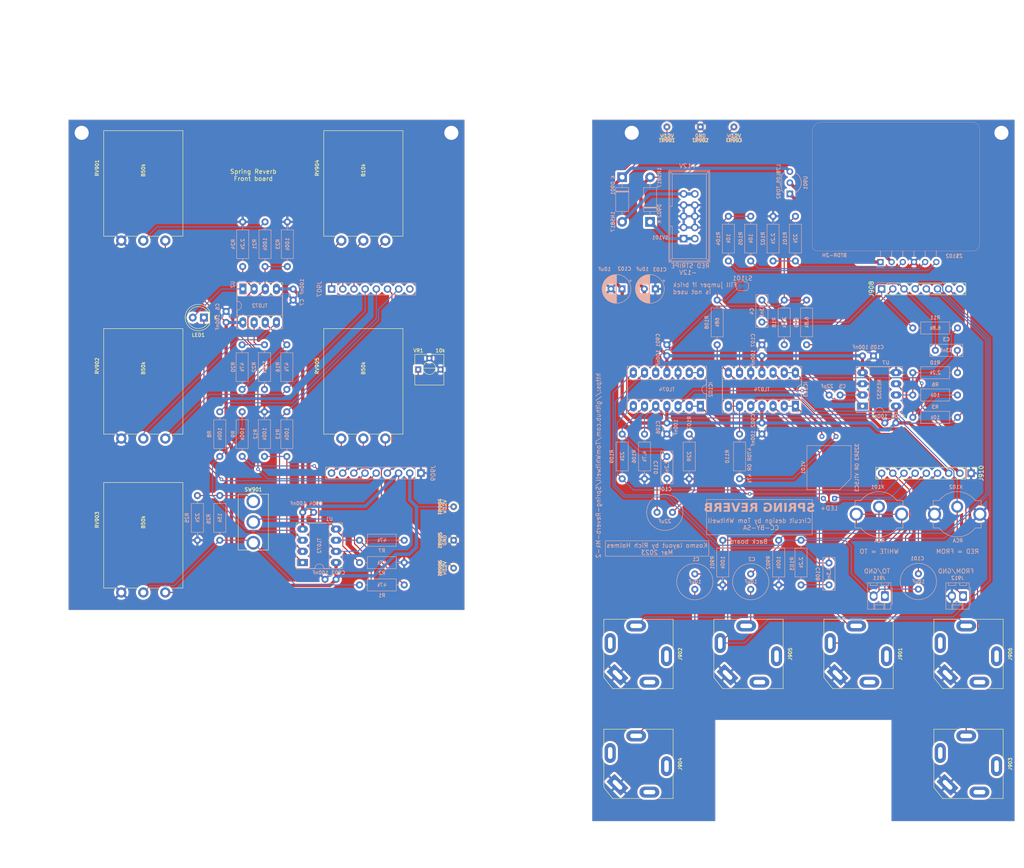
<source format=kicad_pcb>
(kicad_pcb (version 20221018) (generator pcbnew)
  (title_block (title "Spring Reverb Rev 2") (date "2023-03-17") (company "Music Thing Modular") (comment 1 "Kosmo version by Rich Holmes"))
  (layers (0 "F.Cu" signal) (31 "B.Cu" signal) (34 "B.Paste" user) (35 "F.Paste" user) (36 "B.SilkS" user "B.Silkscreen") (37 "F.SilkS" user "F.Silkscreen") (38 "B.Mask" user) (39 "F.Mask" user) (44 "Edge.Cuts" user))
  (net 0 "")
  (net 1 "+12V")
  (net 2 "GND")
  (net 3 "-12V")
  (net 4 "/Back board/AUDIO_IN_1")
  (net 5 "/Back board/IN_1")
  (net 6 "/Back board/AUDIO_IN_2")
  (net 7 "/Back board/IN_2")
  (net 8 "Net-(C3-Pad1)")
  (net 9 "/Back board/EQ_POT_3_B")
  (net 10 "/Back board/EQ_POT_1_B")
  (net 11 "Net-(C4-Pad2)")
  (net 12 "/Back board/EQ_POT_2_B")
  (net 13 "/Back board/REVERB_SEND")
  (net 14 "/Back board/TO_TANK")
  (net 15 "/Back board/TRIM_B")
  (net 16 "+12V_B")
  (net 17 "GND_B")
  (net 18 "-12V_B")
  (net 19 "Net-(C108-Pad2)")
  (net 20 "Net-(C109-Pad1)")
  (net 21 "/+12V_INLET")
  (net 22 "/-12V_INLET")
  (net 23 "/Back board/WET")
  (net 24 "/Back board/REVERB_RETURN")
  (net 25 "/Back board/FROM_TANK")
  (net 26 "/Back board/TO_TANK_S_B")
  (net 27 "Net-(IC102B--)")
  (net 28 "/Back board/MIXPOT_WET_B")
  (net 29 "Net-(IC102D--)")
  (net 30 "/Back board/XFADE")
  (net 31 "/Back board/DRY_B")
  (net 32 "Net-(IC103A--)")
  (net 33 "Net-(IC103B--)")
  (net 34 "/Back board/MIX")
  (net 35 "/Back board/MIXPOT_DRY_B")
  (net 36 "/Front board/CV_IN")
  (net 37 "/Front board/AUDIO_IN_2")
  (net 38 "/Front board/AUDIO_IN_1")
  (net 39 "/Front board/DRY_F")
  (net 40 "/Front board/EQ_POT_3_F")
  (net 41 "/Front board/EQ_POT_2_F")
  (net 42 "/Front board/EQ_POT_1_F")
  (net 43 "Net-(IC103C--)")
  (net 44 "/Back board/CV_IN")
  (net 45 "/Front board/VAC_AN_F")
  (net 46 "/Front board/VAC_CA_F")
  (net 47 "/Front board/TRIM_F")
  (net 48 "/Back board/VAC_AN_B")
  (net 49 "/Back board/VAC_CA_B")
  (net 50 "Net-(IC103D-+)")
  (net 52 "/Front board/FB_LEVEL")
  (net 54 "/Front board/MIXPOT_DRY_F")
  (net 55 "Net-(R10-Pad1)")
  (net 56 "Net-(R7-Pad2)")
  (net 57 "/Front board/MIXPOT_MIX_F")
  (net 58 "/Front board/MIXPOT_WET_F")
  (net 59 "Net-(R20-Pad2)")
  (net 60 "Net-(U1B--)")
  (net 61 "/Front board/MIX")
  (net 62 "Net-(U1B-+)")
  (net 63 "Net-(U7B--)")
  (net 64 "Net-(U1A-+)")
  (net 65 "/Front board/CV_LEVEL")
  (net 66 "Net-(U1A--)")
  (net 67 "/Front board/FB_ON")
  (net 68 "/Back board/PWR_GND")
  (net 69 "Net-(U2B--)")
  (net 70 "Net-(U2A-+)")
  (net 71 "Net-(Z$102-INPUT)")
  (net 72 "Net-(Z$102-OUT1)")
  (net 73 "Net-(Z$102-OUT2)")
  (net 74 "Net-(LED1-A)")
  (net 75 "+5V")
  (footprint "AO_tht:Jack_6.35mm_PJ_629HAN_slots" (layer "F.Cu") (at 187.5 150 -90)
    (fp_text reference "J902")
    (fp_text value "AudioJack2")
  )
  (footprint "AO_tht:Jack_6.35mm_PJ_629HAN_slots" (layer "F.Cu") (at 212.5 150 -90)
    (fp_text reference "J905")
    (fp_text value "AudioJack2_SwitchT")
  )
  (footprint "AO_tht:MountingHole_3.2mm_M3" (layer "F.Cu") (at 145 31.5)
    (fp_text reference "H905" hide)
    (fp_text value "MountingHole")
  )
  (footprint "AO_tht:Board_Marker" (layer "F.Cu") (at 141 28.5)
    (fp_text reference "B902")
    (fp_text value "Board")
  )
  (footprint "AO_tht:Potentiometer_Alpha_16mm_Single_Vertical" (layer "F.Cu") (at 75 40 90)
    (fp_text reference "RV901")
    (fp_text value "B50k")
  )
  (footprint "AO_tht:LED_D5.0mm" (layer "F.Cu") (at 88.775 73.5 180)
    (fp_text reference "LED1")
    (fp_text value "LED_green")
  )
  (footprint "AO_tht:Potentiometer_Bourns_3362P_Vertical_screw_centered" (layer "F.Cu") (at 140 85)
    (fp_text reference "VR1")
    (fp_text value "10k" hide)
  )
  (footprint "AO_tht:Potentiometer_Alpha_16mm_Single_Vertical" (layer "F.Cu") (at 125 85 90)
    (fp_text reference "RV905")
    (fp_text value "B50k")
  )
  (footprint "AO_tht:Jack_6.35mm_PJ_629HAN_slots" (layer "F.Cu") (at 237.5 150 -90)
    (fp_text reference "J901")
    (fp_text value "AudioJack2_SwitchT")
  )
  (footprint "AO_tht:Jack_6.35mm_PJ_629HAN_slots" (layer "F.Cu") (at 187.5 175 -90)
    (fp_text reference "J904")
    (fp_text value "AudioJack2")
  )
  (footprint "AO_tht:Potentiometer_Alpha_16mm_Single_Vertical" (layer "F.Cu") (at 75 120 90)
    (fp_text reference "RV903")
    (fp_text value "B50k")
  )
  (footprint "AO_tht:Jack_6.35mm_PJ_629HAN_slots" (layer "F.Cu") (at 262.5 175 -90)
    (fp_text reference "J903")
    (fp_text value "AudioJack2")
  )
  (footprint "Connector_PinHeader_2.54mm:PinHeader_1x08_P2.54mm_Vertical" (layer "F.Cu") (at 242.78 66.98 90)
    (fp_text reference "J908")
    (fp_text value "Conn_01x08_Pin")
  )
  (footprint "AO_tht:MountingHole_3.2mm_M3" (layer "F.Cu") (at 186 31.5)
    (fp_text reference "H901" hide)
    (fp_text value "MountingHole")
  )
  (footprint "AO_tht:Board_Marker" (layer "F.Cu") (at 182 28.5)
    (fp_text reference "B901")
    (fp_text value "Board")
  )
  (footprint "AO_tht:Jack_6.35mm_PJ_629HAN_slots" (layer "F.Cu") (at 262.5 150 -90)
    (fp_text reference "J906")
    (fp_text value "AudioJack2")
  )
  (footprint "AO_tht:Potentiometer_Alpha_16mm_Single_Vertical" (layer "F.Cu") (at 125 40 90)
    (fp_text reference "RV904")
    (fp_text value "B10k")
  )
  (footprint "springreverb:springreverb_panel_holes" (layer "F.Cu") (at 100 100)
    (fp_text reference "GRAF902" hide)
    (fp_text value "Holes" hide)
  )
  (footprint "AO_tht:TestPoint_THTPad_D1.5mm_Drill0.7mm" (layer "F.Cu") (at 145.52 124.13 90)
    (fp_text reference "TP905")
    (fp_text value "GND")
  )
  (footprint "AO_tht:TestPoint_THTPad_D1.5mm_Drill0.7mm" (layer "F.Cu") (at 145.52 116.51 90)
    (fp_text reference "TP904")
    (fp_text value "+12V")
  )
  (footprint "AO_tht:SPDT-toggle-switch-1M-series" (layer "F.Cu") (at 100 120)
    (fp_text reference "SW901")
    (fp_text value "SW_SPDT_MSM")
  )
  (footprint "Connector_PinHeader_2.54mm:PinHeader_1x09_P2.54mm_Vertical" (layer "F.Cu") (at 263.1 108.89 -90)
    (fp_text reference "J910")
    (fp_text value "Conn_01x09_Pin")
  )
  (footprint "AO_tht:MountingHole_3.2mm_M3" (layer "F.Cu") (at 270 31.5)
    (fp_text reference "H902" hide)
    (fp_text value "MountingHole")
  )
  (footprint "AO_tht:Potentiometer_Alpha_16mm_Single_Vertical" (layer "F.Cu") (at 75 85 90)
    (fp_text reference "RV902")
    (fp_text value "B50k")
  )
  (footprint "AO_tht:TestPoint_THTPad_D1.5mm_Drill0.7mm" (layer "F.Cu") (at 145.52 130.48 90)
    (fp_text reference "TP906")
    (fp_text value "-12V")
  )
  (footprint "springreverb:springreverb_panel_holes" (layer "F.Cu") (at 225 100)
    (fp_text reference "GRAF901" hide)
    (fp_text value "Holes" hide)
  )
  (footprint "AO_tht:MountingHole_3.2mm_M3" (layer "F.Cu") (at 61 31.5)
    (fp_text reference "H903" hide)
    (fp_text value "MountingHole")
  )
  (footprint "AO_tht:R_Axial_DIN0207_L6.3mm_D2.5mm_P10.16mm_Horizontal" (layer "B.Cu") (at 205.41 69.52 -90)
    (fp_text reference "R108")
    (fp_text value "68k")
  )
  (footprint "AO_tht:C_Disc_D3.0mm_W1.6mm_P2.50mm" (layer "B.Cu") (at 118.804286 133.02 180)
    (fp_text reference "C903")
    (fp_text value "100nF")
  )
  (footprint "AO_tht:R_Axial_DIN0207_L6.3mm_D2.5mm_P10.16mm_Horizontal" (layer "B.Cu") (at 124.13 129.21)
    (fp_text reference "R2")
    (fp_text value "47k")
  )
  (footprint "AO_tht:C_Radial_D8.0mm_H11.5mm_P3.50mm" (layer "B.Cu") (at 195.25 117.78 180)
    (fp_text reference "C109")
    (fp_text value "22uF")
  )
  (footprint "AO_tht:TestPoint_THTPad_D1.5mm_Drill0.7mm" (layer "B.Cu") (at 209.22 30.15)
    (fp_text reference "TP903")
    (fp_text value "-12V")
  )
  (footprint "AO_tht:R_Axial_DIN0207_L6.3mm_D2.5mm_P10.16mm_Horizontal" (layer "B.Cu") (at 219.38 124.13 -90)
    (fp_text reference "R902")
    (fp_text value "100k")
  )
  (footprint "AO_tht:R_Axial_DIN0207_L6.3mm_D2.5mm_P10.16mm_Horizontal" (layer "B.Cu") (at 225.73 79.68 90)
    (fp_text reference "R19")
    (fp_text value "6.8k")
  )
  (footprint "AO_tht:C_Disc_D3.0mm_W1.6mm_P2.50mm" (layer "B.Cu") (at 215.565 79.69 -90)
    (fp_text reference "C107")
    (fp_text value "100nF")
  )
  (footprint "AO_tht:C_Radial_D8.0mm_H11.5mm_P3.50mm" (layer "B.Cu") (at 200.33 131.79 -90)
    (fp_text reference "C1")
    (fp_text value "10uF")
  )
  (footprint "AO_tht:C_Disc_D3.0mm_W1.6mm_P2.50mm" (layer "B.Cu") (at 240.93 82.22 180)
    (fp_text reference "C105")
    (fp_text value "100nF")
  )
  (footprint "AO_tht:C_Disc_D3.0mm_W1.6mm_P2.50mm" (layer "B.Cu") (at 193.975 79.69 -90)
    (fp_text reference "C901")
    (fp_text value "100nF")
  )
  (footprint "AO_tht:R_Axial_DIN0207_L6.3mm_D2.5mm_P10.16mm_Horizontal" (layer "B.Cu") (at 107.745 61.9 90)
    (fp_text reference "R23")
    (fp_text value "100k")
  )
  (footprint "AO_tht:C_Rect_L7.2mm_W2.5mm_P5.00mm_FKS2_FKP2_MKS2_MKP2" (layer "B.Cu") (at 259.98 80.95 180)
    (fp_text reference "C3")
    (fp_text value "33nF")
  )
  (footprint "AO_tht:R_Axial_DIN0207_L6.3mm_D2.5mm_P10.16mm_Horizontal" (layer "B.Cu") (at 220.65 79.68 90)
    (fp_text reference "R18")
    (fp_text value "2.2k")
  )
  (footprint "AO_tht:C_Disc_D3.0mm_W1.6mm_P2.50mm" (layer "B.Cu") (at 193.975 97.47 -90)
    (fp_text reference "C106")
    (fp_text value "100nF")
  )
  (footprint "AO_tht:R_Axial_DIN0207_L6.3mm_D2.5mm_P10.16mm_Horizontal" (layer "B.Cu") (at 210.49 110.16 90)
    (fp_text reference "R110")
    (fp_text value "470R OR 47k")
  )
  (footprint "AO_tht:R_Axial_DIN0207_L6.3mm_D2.5mm_P10.16mm_Horizontal" (layer "B.Cu") (at 97.585 61.9 90)
    (fp_text reference "R24")
    (fp_text value "2.2k")
  )
  (footprint "AO_tht:R_Axial_DIN0207_L6.3mm_D2.5mm_P10.16mm_Horizontal" (layer "B.Cu") (at 224.46 134.29 90)
    (fp_text reference "R103")
    (fp_text value "2.2k")
  )
  (footprint "AO_tht:DIP-14_W7.62mm_Socket_LongPads" (layer "B.Cu") (at 223.19 93.65 90)
    (fp_text reference "IC103")
    (fp_text value "TL074")
  )
  (footprint "AO_tht:R_Axial_DIN0207_L6.3mm_D2.5mm_P10.16mm_Horizontal" (layer "B.Cu") (at 92.38 124.13 90)
    (fp_text reference "R26")
    (fp_text value "15k")
  )
  (footprint "AO_tht:DIP-8_W7.62mm_Socket_LongPads" (layer "B.Cu") (at 238.44 93.64)
    (fp_text reference "U7")
    (fp_text value "NE5532")
  )
  (footprint "AO_tht:R_Axial_DIN0207_L6.3mm_D2.5mm_P10.16mm_Horizontal" (layer "B.Cu") (at 183.82 100 -90)
    (fp_text reference "R109")
    (fp_text value "22k")
  )
  (footprint "AO_tht:Power_Header" (layer "B.Cu") (at 197.79 55.55)
    (fp_text reference "SV101")
    (fp_text value "Synth_power_2x5")
  )
  (footprint "AO_tht:CP_Radial_D6.3mm_P2.50mm" (layer "B.Cu") (at 191.36 66.98 180)
    (fp_text reference "C103")
    (fp_text value "10uF")
  )
  (footprint "AO_tht:R_Axial_DIN0207_L6.3mm_D2.5mm_P10.16mm_Horizontal" (layer "B.Cu") (at 188.9 100 -90)
    (fp_text reference "R106")
    (fp_text value "4.7k")
  )
  (footprint "AO_tht:R_Axial_DIN0207_L6.3mm_D2.5mm_P10.16mm_Horizontal" (layer "B.Cu") (at 223.19 50.47 -90)
    (fp_text reference "R101")
    (fp_text value "22k")
  )
  (footprint "AO_tht:R_Axial_DIN0207_L6.3mm_D2.5mm_P10.16mm_Horizontal" (layer "B.Cu") (at 107.62 89.84 90)
    (fp_text reference "R16")
    (fp_text value "47k")
  )
  (footprint "springreverb:BTDR-2H" (layer "B.Cu") (at 242.51 60.87 180)
    (fp_text reference "Z$102")
    (fp_text value "BTDR-2H" hide)
  )
  (footprint "AO_tht:R_Axial_DIN0207_L6.3mm_D2.5mm_P10.16mm_Horizontal" (layer "B.Cu") (at 213.03 60.63 90)
    (fp_text reference "R105")
    (fp_text value "10k")
  )
  (footprint "AO_tht:R_Axial_DIN0207_L6.3mm_D2.5mm_P10.16mm_Horizontal" (layer "B.Cu") (at 102.54 79.68 -90)
    (fp_text reference "R22")
    (fp_text value "100k")
  )
  (footprint "AO_tht:R_Axial_DIN0207_L6.3mm_D2.5mm_P10.16mm_Horizontal" (layer "B.Cu") (at 260.02 75.87 180)
    (fp_text reference "R11")
    (fp_text value "6.8k")
  )
  (footprint "AO_tht:R_Axial_DIN0207_L6.3mm_D2.5mm_P10.16mm_Horizontal" (layer "B.Cu") (at 218.11 60.63 90)
    (fp_text reference "R102")
    (fp_text value "2.2k")
  )
  (footprint "AO_tht:TestPoint_THTPad_D1.5mm_Drill0.7mm" (layer "B.Cu") (at 201.6 30.15)
    (fp_text reference "TP902")
    (fp_text value "GND")
  )
  (footprint "Connector_PinSocket_2.54mm:PinSocket_1x09_P2.54mm_Vertical" (layer "B.Cu") (at 138.09 108.865 90)
    (fp_text reference "J909")
    (fp_text value "Conn_01x09_Socket")
  )
  (footprint "AO_tht:C_Rect_L7.2mm_W2.5mm_P5.00mm_FKS2_FKP2_MKS2_MKP2" (layer "B.Cu") (at 230.81 129.29 -90)
    (fp_text reference "C108")
    (fp_text value "3.3nF")
  )
  (footprint "AO_tht:C_Disc_D3.0mm_W1.6mm_P2.50mm" (layer "B.Cu") (at 93.825 74.6 90)
    (fp_text reference "C6")
    (fp_text value "100nF")
  )
  (footprint "AO_tht:C_Rect_L7.2mm_W2.5mm_P5.00mm_FKS2_FKP2_MKS2_MKP2" (layer "B.Cu") (at 215.57 74.52 90)
    (fp_text reference "C4")
    (fp_text value "33nF")
  )
  (footprint "AO_tht:C_Disc_D3.0mm_W1.6mm_P2.50mm" (layer "B.Cu") (at 233.35 91.11 180)
    (fp_text reference "C5")
    (fp_text value "22pF")
  )
  (footprint "springreverb:RCJ-022 red" (layer "B.Cu") (at 265.1 118.21 180)
    (fp_text reference "X102")
    (fp_text value "RCA")
  )
  (footprint "AO_tht:R_Axial_DIN0207_L6.3mm_D2.5mm_P10.16mm_Horizontal" (layer "B.Cu") (at 97.47 105.07 90)
    (fp_text reference "R9")
    (fp_text value "100k")
  )
  (footprint "AO_tht:Molex_KK-254_AE-6410-02A_1x02_P2.54mm_Vertical" (layer "B.Cu") (at 261.29 136.83 180)
    (fp_text reference "J912")
    (fp_text value "2_pin_Molex_header")
  )
  (footprint "AO_tht:R_Axial_DIN0207_L6.3mm_D2.5mm_P10.16mm_Horizontal" (layer "B.Cu") (at 92.38 94.92 -90)
    (fp_text reference "R8")
    (fp_text value "100k")
  )
  (footprint "AO_tht:DIP-8_W7.62mm_Socket_LongPads" (layer "B.Cu") (at 97.645 66.99 -90)
    (fp_text reference "U2")
    (fp_text value "TL072")
  )
  (footprint "AO_tht:R_Axial_DIN0207_L6.3mm_D2.5mm_P10.16mm_Horizontal" (layer "B.Cu") (at 102.54 105.08 90)
    (fp_text reference "R12")
    (fp_text value "100k")
  )
  (footprint "AO_tht:C_Disc_D3.0mm_W1.6mm_P2.50mm" (layer "B.Cu") (at 246.01 97.46 180)
    (fp_text reference "C104")
    (fp_text value "100nF")
  )
  (footprint "AO_tht:C_Disc_D3.0mm_W1.6mm_P2.50mm" (layer "B.Cu") (at 109.065 69.52 90)
    (fp_text reference "C7")
    (fp_text value "100nF")
  )
  (footprint "Jumper:SolderJumper-2_P1.3mm_Bridged_RoundedPad1.0x1.5mm" (layer "B.Cu") (at 211.14 66.36 180)
    (fp_text reference "SJ101")
    (fp_text value "SolderJumper")
  )
  (footprint "AO_tht:R_Axial_DIN0207_L6.3mm_D2.5mm_P10.16mm_Horizontal" (layer "B.Cu") (at 206.68 124.13 -90)
    (fp_text reference "R901")
    (fp_text value "100k")
  )
  (footprint "AO_tht:C_Disc_D3.0mm_W1.6mm_P2.50mm" (layer "B.Cu") (at 113.724286 117.78 180)
    (fp_text reference "C904")
    (fp_text value "100nF")
  )
  (footprint "AO_tht:TO-92_Inline_Wide" (layer "B.Cu") (at 221.92 45.39 90)
    (fp_text reference "U901")
    (fp_text value "L78L05_TO92")
  )
  (footprint "AO_tht:C_Radial_D8.0mm_H11.5mm_P3.50mm" (layer "B.Cu") (at 251.13 135.25 90)
    (fp_text reference "C101")
    (fp_text value "10uF")
  )
  (footprint "AO_tht:R_Axial_DIN0207_L6.3mm_D2.5mm_P10.16mm_Horizontal" (layer "B.Cu") (at 97.46 89.84 90)
    (fp_text reference "R20")
    (fp_text value "47k")
  )
  (footprint "AO_tht:R_Axial_DIN0207_L6.3mm_D2.5mm_P10.16mm_Horizontal" (layer "B.Cu") (at 249.86 86.03)
    (fp_text reference "R10")
    (fp_text value "2.2k")
  )
  (footprint "AO_tht:R_Axial_DIN0207_L6.3mm_D2.5mm_P10.16mm_Horizontal" (layer "B.Cu") (at 199.06 100 -90)
    (fp_text reference "R107")
    (fp_text value "22R")
  )
  (footprint "AO_tht:Vactrol_VTL5C" (layer "B.Cu") (at 230.81 115.12 90)
    (fp_text reference "V101")
    (fp_text value "32SR3 OR VTL5C3")
  )
  (footprint "AO_tht:DIP-14_W7.62mm_Socket_LongPads" (layer "B.Cu") (at 201.6 93.65 90)
    (fp_text reference "IC102")
    (fp_text value "TL074")
  )
  (footprint "Connector_PinSocket_2.54mm:PinSocket_1x08_P2.54mm_Vertical" (layer "B.Cu") (at 117.795 67.005 -90)
    (fp_text reference "J907")
    (fp_text value "Conn_01x08_Socket")
  )
  (footprint "AO_tht:R_Axial_DIN0207_L6.3mm_D2.5mm_P10.16mm_Horizontal" (layer "B.Cu") (at 124.13 124.13)
    (fp_text reference "R7")
    (fp_text value "47k")
  )
  (footprint "AO_tht:DIP-8_W7.62mm_Socket_LongPads" (layer "B.Cu") (at 111.194286 129.2)
    (fp_text reference "U1")
    (fp_text value "TL072")
  )
  (footprint "AO_tht:C_Radial_D8.0mm_H11.5mm_P3.50mm" (layer "B.Cu") (at 213.03 131.79 -90)
    (fp_text reference "C2")
    (fp_text value "10uF")
  )
  (footprint "AO_tht:R_Axial_DIN0207_L6.3mm_D2.5mm_P10.16mm_Horizontal" (layer "B.Cu") (at 260.02 91.11 180)
    (fp_text reference "R6")
    (fp_text value "10k")
  )
  (footprint "AO_tht:R_Axial_DIN0207_L6.3mm_D2.5mm_P10.16mm_Horizontal" (layer "B.Cu") (at 260.02 96.19 180)
    (fp_text reference "R3")
    (fp_text value "10k")
  )
  (footprint "AO_tht:R_Axial_DIN0207_L6.3mm_D2.5mm_P10.16mm_Horizontal" (layer "B.Cu") (at 124.13 134.29)
    (fp_text reference "R1")
    (fp_text value "47k")
  )
  (footprint "AO_tht:R_Axial_DIN0207_L6.3mm_D2.5mm_P10.16mm_Horizontal" (layer "B.Cu") (at 207.95 60.63 90)
    (fp_text reference "R104")
    (fp_text value "10k")
  )
  (footprint "AO_tht:CP_Radial_D6.3mm_P2.50mm" (layer "B.Cu") (at 183.78 66.98 180)
    (fp_text reference "C102")
    (fp_text value "10uF")
  )
  (footprint "AO_tht:D_DO-41_SOD81_P10.16mm_Horizontal" (layer "B.Cu") (at 190.165 51.75 90)
    (fp_text reference "D902")
    (fp_text value "1N5817")
  )
  (footprint "AO_tht:R_Axial_DIN0207_L6.3mm_D2.5mm_P10.16mm_Horizontal" (layer "B.Cu") (at 107.62 105.08 90)
    (fp_text reference "R13")
    (fp_text value "100k")
  )
  (footprint "AO_tht:R_Axial_DIN0207_L6.3mm_D2.5mm_P10.16mm_Horizontal" (layer "B.Cu") (at 102.665 51.74 -90)
    (fp_text reference "R21")
    (fp_text value "100k")
  )
  (footprint "AO_tht:C_Rect_L7.2mm_W2.5mm_P5.00mm_FKS2_FKP2_MKS2_MKP2" (layer "B.Cu") (at 193.98 105.08 -90)
    (fp_text reference "C110")
    (fp_text value "2.2nF")
  )
  (footprint "AO_tht:C_Disc_D3.0mm_W1.6mm_P2.50mm" (layer "B.Cu") (at 215.565 97.47 -90)
    (fp_text reference "C902")
    (fp_text value "100nF")
  )
  (footprint "AO_tht:Molex_KK-254_AE-6410-02A_1x02_P2.54mm_Vertical" (layer "B.Cu") (at 243.51 136.83 180)
    (fp_text reference "J911")
    (fp_text value "2_pin_Molex_header")
  )
  (footprint "AO_tht:TestPoint_THTPad_D1.5mm_Drill0.7mm" (layer "B.Cu") (at 193.98 30.15)
    (fp_text reference "TP901")
    (fp_text value "+12V")
  )
  (footprint "AO_tht:D_DO-41_SOD81_P10.16mm_Horizontal" (layer "B.Cu") (at 183.82 41.58 -90)
    (fp_text reference "D901")
    (fp_text value "1N5817")
  )
  (footprint "AO_tht:R_Axial_DIN0207_L6.3mm_D2.5mm_P10.16mm_Horizontal" (layer "B.Cu") (at 87.3 113.97 -90)
    (fp_text reference "R25")
    (fp_text value "22k")
  )
  (footprint "springreverb:RCJ-023 white" (layer "B.Cu") (at 247.32 118.21 180)
    (fp_text reference "X101")
    (fp_text value "RCA")
  )
  (gr_rect (start 180 124.25) (end 203.5 127.75) (stroke (width 0.12)) (fill none) (layer "B.SilkS"))
  (gr_rect (start 203 114.878) (end 227 122.878) (stroke (width 0.12)) (fill none) (layer "B.SilkS"))
  (gr_poly (pts (xy 273 28.5) (xy 177 28.5) (xy 177 188) (xy 205 188) (xy 205 165) (xy 245 165) (xy 245 188) (xy 273 188)) (stroke (width 0.05)) (fill none) (layer "Edge.Cuts"))
  (gr_rect (start 58 28.5) (end 148 140) (stroke (width 0.05)) (fill none) (layer "Edge.Cuts"))
  (gr_text "RED = FROM" (at 260.02 126.67) (layer "B.SilkS") (effects (font (size 1 1)) (justify mirror)))
  (gr_text "FROM/GND" (at 263.83 131.75) (layer "B.SilkS") (effects (font (size 1 1)) (justify left bottom mirror)))
  (gr_text "Fill jumper if brick\nis not used" (at 195.25 68.25) (layer "B.SilkS") (effects (font (size 1 1)) (justify right bottom mirror)))
  (gr_text "TO/GND" (at 244.78 131.75) (layer "B.SilkS") (effects (font (size 1 1)) (justify left bottom mirror)))
  (gr_text "WHITE = TO" (at 242.24 126.67) (layer "B.SilkS") (effects (font (size 1 1)) (justify mirror)))
  (gr_text "SPRING REVERB" (at 215 118) (layer "B.SilkS") (effects (font (size 2 2) (thickness 0.5) bold) (justify bottom mirror)))
  (gr_text "Circuit design by Tom Whitwell\nCC-BY-SA \n" (at 215 121.878) (layer "B.SilkS") (effects (font (size 1 1)) (justify bottom mirror)))
  (gr_text "Back board" (at 217 125) (layer "B.SilkS") (effects (font (size 1 1)) (justify left bottom mirror)))
  (gr_text "https://github.com/TomWhitwell/Spring-Reverb-Mk-2\n" (at 179 86 90) (layer "B.SilkS") (effects (font (size 1 1)) (justify left bottom mirror)))
  (gr_text "Kosmo layout by Rich Holmes\nMar 2023" (at 191.75 127.5) (layer "B.SilkS") (effects (font (size 1 1)) (justify bottom mirror)))
  (gr_text "Spring Reverb\nFront board" (at 100 42.5) (layer "F.SilkS") (effects (font (size 1 1)) (justify bottom)))
  (segment (start 80 56) (end 80 60.775) (width 0.25) (layer "F.Cu") (net 1))
  (segment (start 118.804286 133.02) (end 118.804286 129.21) (width 0.75) (layer "F.Cu") (net 1))
  (segment (start 80 60.775) (end 93.825 74.6) (width 0.25) (layer "F.Cu") (net 1))
  (segment (start 95.047 132.258) (end 97.184 134.395) (width 0.75) (layer "F.Cu") (net 1))
  (segment (start 97.184 134.395) (end 117.429286 134.395) (width 0.75) (layer "F.Cu") (net 1))
  (segment (start 93.825 101.476) (end 95.047 102.698) (width 0.75) (layer "F.Cu") (net 1))
  (segment (start 95.047 102.698) (end 95.047 132.258) (width 0.75) (layer "F.Cu") (net 1))
  (segment (start 117.429286 134.395) (end 118.804286 133.02) (width 0.75) (layer "F.Cu") (net 1))
  (segment (start 93.825 74.6) (end 93.825 101.476) (width 0.75) (layer "F.Cu") (net 1))
  (segment (start 118.804286 129.21) (end 118.814286 129.2) (width 0.75) (layer "F.Cu") (net 1))
  (segment (start 93.835 74.61) (end 93.825 74.6) (width 0.75) (layer "B.Cu") (net 1))
  (segment (start 127.469999 132.220001) (end 132.385 127.305) (width 0.75) (layer "B.Cu") (net 1))
  (segment (start 135.55 114.975998) (end 137.084002 116.51) (width 0.75) (layer "B.Cu") (net 1))
  (segment (start 145.52 116.51) (end 137.084002 116.51) (width 0.25) (layer "B.Cu") (net 1))
  (segment (start 135.55 108.865) (end 135.55 114.975998) (width 0.75) (layer "B.Cu") (net 1))
  (segment (start 118.804286 133.02) (end 119.604285 132.220001) (width 0.75) (layer "B.Cu") (net 1))
  (segment (start 97.645 74.61) (end 93.835 74.61) (width 0.75) (layer "B.Cu") (net 1))
  (segment (start 137.084002 125.653998) (end 137.084002 116.51) (width 0.75) (layer "B.Cu") (net 1))
  (segment (start 135.433 127.305) (end 137.084002 125.653998) (width 0.75) (layer "B.Cu") (net 1))
  (segment (start 119.604285 132.220001) (end 127.469999 132.220001) (width 0.75) (layer "B.Cu") (net 1))
  (segment (start 132.385 127.305) (end 135.433 127.305) (width 0.75) (layer "B.Cu") (net 1))
  (segment (start 133.01 117.97) (end 133.01 108.865) (width 0.25) (layer "F.Cu") (net 3))
  (segment (start 145.52 130.48) (end 133.01 117.97) (width 0.25) (layer "F.Cu") (net 3))
  (segment (start 111.224286 69.179286) (end 111.224286 117.78) (width 0.75) (layer "F.Cu") (net 3))
  (segment (start 111.194286 121.58) (end 111.194286 117.81) (width 0.75) (layer "F.Cu") (net 3))
  (segment (start 111.194286 117.81) (end 111.224286 117.78) (width 0.75) (layer "F.Cu") (net 3))
  (segment (start 109.065 67.02) (end 111.224286 69.179286) (width 0.75) (layer "F.Cu") (net 3))
  (segment (start 133.01 108.865) (end 125.47 116.405) (width 0.75) (layer "B.Cu") (net 3))
  (segment (start 112.599286 116.405) (end 111.224286 117.78) (width 0.75) (layer "B.Cu") (net 3))
  (segment (start 105.265 66.99) (end 109.035 66.99) (width 0.75) (layer "B.Cu") (net 3))
  (segment (start 109.035 66.99) (end 109.065 67.02) (width 0.75) (layer "B.Cu") (net 3))
  (segment (start 125.47 116.405) (end 112.599286 116.405) (width 0.75) (layer "B.Cu") (net 3))
  (segment (start 201.6 131.79) (end 200.33 131.79) (width 0.25) (layer "F.Cu") (net 4))
  (segment (start 206.68 126.71) (end 201.6 131.79) (width 0.25) (layer "F.Cu") (net 4))
  (segment (start 206.68 124.13) (end 206.68 126.71) (width 0.25) (layer "F.Cu") (net 4))
  (segment (start 217.602 124.13) (end 206.68 124.13) (width 0.25) (layer "B.Cu") (net 4))
  (segment (start 266.497 113.59637) (end 257.53837 122.555) (width 0.25) (layer "B.Cu") (net 4))
  (segment (start 255.986604 68.155) (end 266.497 78.665396) (width 0.25) (layer "B.Cu") (net 4))
  (segment (start 252.94 66.98) (end 254.115 68.155) (width 0.25) (layer "B.Cu") (net 4))
  (segment (start 266.497 78.665396) (end 266.497 113.59637) (width 0.25) (layer "B.Cu") (net 4))
  (segment (start 257.53837 122.555) (end 219.177 122.555) (width 0.25) (layer "B.Cu") (net 4))
  (segment (start 219.177 122.555) (end 217.602 124.13) (width 0.25) (layer "B.Cu") (net 4))
  (segment (start 254.115 68.155) (end 255.986604 68.155) (width 0.25) (layer "B.Cu") (net 4))
  (segment (start 200.33 155.27) (end 187 168.6) (width 0.25) (layer "F.Cu") (net 5))
  (segment (start 200.33 135.29) (end 200.33 155.27) (width 0.25) (layer "F.Cu") (net 5))
  (segment (start 219.38 125.44) (end 213.03 131.79) (width 0.25) (layer "F.Cu") (net 6))
  (segment (start 219.38 124.13) (end 219.38 125.44) (width 0.25) (layer "F.Cu") (net 6))
  (segment (start 257.048561 123.680499) (end 266.946501 113.782559) (width 0.25) (layer "B.Cu") (net 6))
  (segment (start 266.946501 78.446501) (end 255.48 66.98) (width 0.25) (layer "B.Cu") (net 6))
  (segment (start 225.60149 123.680499) (end 257.048561 123.680499) (width 0.25) (layer "B.Cu") (net 6))
  (segment (start 220.505 123.005) (end 224.925991 123.005) (width 0.25) (layer "B.Cu") (net 6))
  (segment (start 224.925991 123.005) (end 225.60149 123.680499) (width 0.25) (layer "B.Cu") (net 6))
  (segment (start 219.38 124.13) (end 220.505 123.005) (width 0.25) (layer "B.Cu") (net 6))
  (segment (start 266.946501 113.782559) (end 266.946501 78.446501) (width 0.25) (layer "B.Cu") (net 6))
  (segment (start 213.03 135.29) (end 213.03 142.57) (width 0.25) (layer "F.Cu") (net 7))
  (segment (start 213.03 142.57) (end 212 143.6) (width 0.25) (layer "F.Cu") (net 7))
  (segment (start 259.98 85.99) (end 260.02 86.03) (width 0.25) (layer "F.Cu") (net 8))
  (segment (start 259.98 80.95) (end 259.98 85.99) (width 0.25) (layer "F.Cu") (net 8))
  (segment (start 247.86 66.98) (end 246.685 65.805) (width 0.25) (layer "F.Cu") (net 9))
  (segment (start 241.764 65.805) (end 227.889 79.68) (width 0.25) (layer "F.Cu") (net 9))
  (segment (start 227.889 79.68) (end 225.73 79.68) (width 0.25) (layer "F.Cu") (net 9))
  (segment (start 246.685 65.805) (end 241.764 65.805) (width 0.25) (layer "F.Cu") (net 9))
  (segment (start 254.98 74.1) (end 247.86 66.98) (width 0.25) (layer "B.Cu") (net 9))
  (segment (start 254.98 80.95) (end 254.98 74.1) (width 0.25) (layer "B.Cu") (net 9))
  (segment (start 215.57 74.52) (end 235.24 74.52) (width 0.25) (layer "B.Cu") (net 10))
  (segment (start 235.24 74.52) (end 242.78 66.98) (width 0.25) (layer "B.Cu") (net 10))
  (segment (start 242.78 66.98) (end 242.78 68.79) (width 0.25) (layer "B.Cu") (net 10))
  (segment (start 242.78 68.79) (end 249.86 75.87) (width 0.25) (layer "B.Cu") (net 10))
  (segment (start 220.65 74.6) (end 220.65 79.68) (width 0.25) (layer "F.Cu") (net 11))
  (segment (start 215.57 69.52) (end 220.65 74.6) (width 0.25) (layer "F.Cu") (net 11))
  (segment (start 236.915 89.575) (end 238.44 91.1) (width 0.25) (layer "F.Cu") (net 12))
  (segment (start 236.915 75.385) (end 236.915 89.575) (width 0.25) (layer "F.Cu") (net 12))
  (segment (start 245.32 66.98) (end 236.915 75.385) (width 0.25) (layer "F.Cu") (net 12))
  (segment (start 238.44 91.1) (end 233.36 91.1) (width 0.25) (layer "B.Cu") (net 12))
  (segment (start 233.36 91.1) (end 233.35 91.11) (width 0.25) (layer "B.Cu") (net 12))
  (segment (start 220.65 53.01) (end 220.65 69.52) (width 0.25) (layer "F.Cu") (net 13))
  (segment (start 223.317 83.577) (end 230.85 91.11) (width 0.25) (layer "F.Cu") (net 13))
  (segment (start 225.73 69.52) (end 223.317 71.933) (width 0.25) (layer "F.Cu") (net 13))
  (segment (start 223.317 71.933) (end 223.317 83.577) (width 0.25) (layer "F.Cu") (net 13))
  (segment (start 223.19 50.47) (end 220.65 53.01) (width 0.25) (layer "F.Cu") (net 13))
  (segment (start 237.053 92.253) (end 238.44 93.64) (width 0.25) (layer "B.Cu") (net 13))
  (segment (start 220.65 69.52) (end 219.275 70.895) (width 0.25) (layer "B.Cu") (net 13))
  (segment (start 194.440991 80.815) (end 193.759009 80.815) (width 0.25) (layer "B.Cu") (net 13))
  (segment (start 204.360991 70.895) (end 194.440991 80.815) (width 0.25) (layer "B.Cu") (net 13))
  (segment (start 193.759009 80.815) (end 191.44 83.134009) (width 0.25) (layer "B.Cu") (net 13))
  (segment (start 225.73 69.52) (end 220.65 69.52) (width 0.25) (layer "B.Cu") (net 13))
  (segment (start 219.275 70.895) (end 204.360991 70.895) (width 0.25) (layer "B.Cu") (net 13))
  (segment (start 231.993 92.253) (end 237.053 92.253) (width 0.25) (layer "B.Cu") (net 13))
  (segment (start 230.85 91.11) (end 231.993 92.253) (width 0.25) (layer "B.Cu") (net 13))
  (segment (start 191.44 83.134009) (end 191.44 86.03) (width 0.25) (layer "B.Cu") (net 13))
  (segment (start 242.17 135.63) (end 240.97 136.83) (width 0.25) (layer "F.Cu") (net 14))
  (segment (start 242.17 116.51) (end 242.17 135.63) (width 0.25) (layer "F.Cu") (net 14))
  (segment (start 234.493 124.13) (end 235.91 125.547) (width 0.25) (layer "B.Cu") (net 14))
  (segment (start 205.773 125.255) (end 194.361 113.843) (width 0.25) (layer "B.Cu") (net 14))
  (segment (start 182.245499 92.684501) (end 188.9 86.03) (width 0.25) (layer "B.Cu") (net 14))
  (segment (start 224.46 124.13) (end 220.970991 124.13) (width 0.25) (layer "B.Cu") (net 14))
  (segment (start 240.97 136.83) (end 242.55 135.25) (width 0.25) (layer "B.Cu") (net 14))
  (segment (start 235.91 131.77) (end 240.97 136.83) (width 0.25) (layer "B.Cu") (net 14))
  (segment (start 220.970991 124.13) (end 219.845991 125.255) (width 0.25) (layer "B.Cu") (net 14))
  (segment (start 235.91 125.547) (end 235.91 131.77) (width 0.25) (layer "B.Cu") (net 14))
  (segment (start 224.46 124.13) (end 234.493 124.13) (width 0.25) (layer "B.Cu") (net 14))
  (segment (start 182.245499 111.633499) (end 182.245499 92.684501) (width 0.25) (layer "B.Cu") (net 14))
  (segment (start 194.361 113.843) (end 184.455 113.843) (width 0.25) (layer "B.Cu") (net 14))
  (segment (start 184.455 113.843) (end 182.245499 111.633499) (width 0.25) (layer "B.Cu") (net 14))
  (segment (start 219.845991 125.255) (end 205.773 125.255) (width 0.25) (layer "B.Cu") (net 14))
  (segment (start 242.55 135.25) (end 251.13 135.25) (width 0.25) (layer "B.Cu") (net 14))
  (segment (start 251.13 131.75) (end 251.13 113.24) (width 0.25) (layer "F.Cu") (net 15))
  (segment (start 251.13 113.24) (end 255.48 108.89) (width 0.25) (layer "F.Cu") (net 15))
  (segment (start 193.975 97.47) (end 193.975 93.655) (width 0.75) (layer "F.Cu") (net 16))
  (segment (start 215.565 97.47) (end 215.565 93.655) (width 0.75) (layer "F.Cu") (net 16))
  (segment (start 183.82 95.301) (end 185.989 97.47) (width 0.75) (layer "F.Cu") (net 16))
  (segment (start 183.82 41.58) (end 182.145 43.255) (width 0.75) (layer "F.Cu") (net 16))
  (segment (start 182.145 65.345) (end 183.82 67.02) (width 0.75) (layer "F.Cu") (net 16))
  (segment (start 185.989 97.47) (end 193.975 97.47) (width 0.75) (layer "F.Cu") (net 16))
  (segment (start 182.145 43.255) (end 182.145 65.345) (width 0.75) (layer "F.Cu") (net 16))
  (segment (start 183.82 67.02) (end 183.82 95.301) (width 0.75) (layer "F.Cu") (net 16))
  (segment (start 246.06 97.41) (end 246.01 97.46) (width 0.75) (layer "F.Cu") (net 16))
  (segment (start 246.06 93.64) (end 246.06 97.41) (width 0.75) (layer "F.Cu") (net 16))
  (segment (start 260.56 108.89) (end 249.13 97.46) (width 0.75) (layer "F.Cu") (net 16))
  (segment (start 193.98 31.42) (end 183.82 41.58) (width 0.25) (layer "F.Cu") (net 16))
  (segment (start 249.13 97.46) (end 246.01 97.46) (width 0.75) (layer "F.Cu") (net 16))
  (segment (start 193.98 30.15) (end 193.98 31.42) (width 0.25) (layer "F.Cu") (net 16))
  (segment (start 244.438 99.032) (end 246.01 97.46) (width 0.75) (layer "B.Cu") (net 16))
  (segment (start 185.84 39.56) (end 183.82 41.58) (width 0.75) (layer "B.Cu") (net 16))
  (segment (start 240.345 97.47) (end 241.907 99.032) (width 0.75) (layer "B.Cu") (net 16))
  (segment (start 215.565 97.47) (end 240.345 97.47) (width 0.75) (layer "B.Cu") (net 16))
  (segment (start 215.565 97.47) (end 193.975 97.47) (width 0.75) (layer "B.Cu") (net 16))
  (segment (start 221.92 40.31) (end 221.17 39.56) (width 0.75) (layer "B.Cu") (net 16))
  (segment (start 241.907 99.032) (end 244.438 99.032) (width 0.75) (layer "B.Cu") (net 16))
  (segment (start 221.17 39.56) (end 185.84 39.56) (width 0.75) (layer "B.Cu") (net 16))
  (segment (start 190.165 41.59) (end 188.060001 43.694999) (width 0.75) (layer "F.Cu") (net 18))
  (segment (start 215.565 82.19) (end 215.565 86.025) (width 0.75) (layer "F.Cu") (net 18))
  (segment (start 197.78 41.59) (end 190.165 41.59) (width 0.25) (layer "F.Cu") (net 18))
  (segment (start 240.215 96.109544) (end 240.215 87.795) (width 0.75) (layer "F.Cu") (net 18))
  (segment (start 188.060001 43.694999) (end 188.060001 66.180001) (width 0.75) (layer "F.Cu") (net 18))
  (segment (start 258.02 108.89) (end 247.965 98.835) (width 0.75) (layer "F.Cu") (net 18))
  (segment (start 238.43 86.01) (end 238.44 86.02) (width 0.75) (layer "F.Cu") (net 18))
  (segment (start 247.965 98.835) (end 242.940456 98.835) (width 0.75) (layer "F.Cu") (net 18))
  (segment (start 193.975 82.19) (end 193.975 86.025) (width 0.75) (layer "F.Cu") (net 18))
  (segment (start 188.86 77.075) (end 193.975 82.19) (width 0.75) (layer "F.Cu") (net 18))
  (segment (start 209.22 30.15) (end 197.78 41.59) (width 0.25) (layer "F.Cu") (net 18))
  (segment (start 240.215 87.795) (end 238.44 86.02) (width 0.75) (layer "F.Cu") (net 18))
  (segment (start 188.060001 66.180001) (end 188.86 66.98) (width 0.75) (layer "F.Cu") (net 18))
  (segment (start 238.43 82.22) (end 238.43 86.01) (width 0.75) (layer "F.Cu") (net 18))
  (segment (start 188.86 66.98) (end 188.86 77.075) (width 0.75) (layer "F.Cu") (net 18))
  (segment (start 242.940456 98.835) (end 240.215 96.109544) (width 0.75) (layer "F.Cu") (net 18))
  (segment (start 238.4 82.19) (end 238.43 82.22) (width 0.75) (layer "B.Cu") (net 18))
  (segment (start 215.565 82.19) (end 238.4 82.19) (width 0.75) (layer "B.Cu") (net 18))
  (segment (start 215.565 82.19) (end 193.975 82.19) (width 0.75) (layer "B.Cu") (net 18))
  (segment (start 224.5 134.25) (end 224.46 134.29) (width 0.25) (layer "B.Cu") (net 19))
  (segment (start 230.77 134.25) (end 224.5 134.25) (width 0.25) (layer "B.Cu") (net 19))
  (segment (start 230.81 134.29) (end 230.77 134.25) (width 0.25) (layer "B.Cu") (net 19))
  (segment (start 200.185 101.125) (end 199.06 100) (width 0.25) (layer "F.Cu") (net 20))
  (segment (start 200.185 112.845) (end 200.185 101.125) (width 0.25) (layer "F.Cu") (net 20))
  (segment (start 195.25 117.78) (end 200.185 112.845) (width 0.25) (layer "F.Cu") (net 20))
  (segment (start 190.17 45.39) (end 183.82 51.74) (width 0.75) (layer "B.Cu") (net 21))
  (segment (start 197.79 45.39) (end 190.17 45.39) (width 0.75) (layer "B.Cu") (net 21))
  (segment (start 197.79 45.39) (end 200.33 45.39) (width 0.75) (layer "B.Cu") (net 21))
  (segment (start 193.965 55.55) (end 190.165 51.75) (width 0.75) (layer "B.Cu") (net 22))
  (segment (start 197.79 55.55) (end 193.965 55.55) (width 0.75) (layer "B.Cu") (net 22))
  (segment (start 197.79 55.55) (end 200.33 55.55) (width 0.75) (layer "B.Cu") (net 22))
  (segment (start 201.6 93.65) (end 207.805 99.855) (width 0.25) (layer "F.Cu") (net 23))
  (segment (start 207.805 145.795) (end 206.1 147.5) (width 0.25) (layer "F.Cu") (net 23))
  (segment (start 207.805 99.855) (end 207.805 145.795) (width 0.25) (layer "F.Cu") (net 23))
  (segment (start 201.6 93.65) (end 199.06 93.65) (width 0.25) (layer "B.Cu") (net 23))
  (segment (start 217.106 142.025) (end 211.631 147.5) (width 0.25) (layer "B.Cu") (net 23))
  (segment (start 262 143.6) (end 260.425 142.025) (width 0.25) (layer "B.Cu") (net 23))
  (segment (start 260.425 142.025) (end 217.106 142.025) (width 0.25) (layer "B.Cu") (net 23))
  (segment (start 211.631 147.5) (end 206.1 147.5) (width 0.25) (layer "B.Cu") (net 23))
  (segment (start 239.571 147.5) (end 231.1 147.5) (width 0.25) (layer "F.Cu") (net 24))
  (segment (start 226.524 90.094) (end 224.714 90.094) (width 0.25) (layer "F.Cu") (net 24))
  (segment (start 245.32 108.89) (end 249.145 112.715) (width 0.25) (layer "F.Cu") (net 24))
  (segment (start 248.209 123.28194) (end 248.209 138.862) (width 0.25) (layer "F.Cu") (net 24))
  (segment (start 249.145 122.34594) (end 248.209 123.28194) (width 0.25) (layer "F.Cu") (net 24))
  (segment (start 249.145 112.715) (end 249.145 122.34594) (width 0.25) (layer "F.Cu") (net 24))
  (segment (start 245.32 108.89) (end 226.524 90.094) (width 0.25) (layer "F.Cu") (net 24))
  (segment (start 248.209 138.862) (end 239.571 147.5) (width 0.25) (layer "F.Cu") (net 24))
  (via (at 224.714 90.094) (size 0.8) (drill 0.4) (layers "F.Cu" "B.Cu") (net 24))
  (segment (start 200.076 90.094) (end 224.714 90.094) (width 0.25) (layer "B.Cu") (net 24))
  (segment (start 196.52 93.65) (end 200.076 90.094) (width 0.25) (layer "B.Cu") (net 24))
  (segment (start 259.95 135.49) (end 261.29 136.83) (width 0.25) (layer "F.Cu") (net 25))
  (segment (start 259.95 116.51) (end 259.95 135.49) (width 0.25) (layer "F.Cu") (net 25))
  (segment (start 188.9 100) (end 188.9 96.19) (width 0.25) (layer "B.Cu") (net 25))
  (segment (start 257.855991 107.715) (end 246.475991 96.335) (width 0.25) (layer "B.Cu") (net 25))
  (segment (start 258.506701 107.715) (end 257.855991 107.715) (width 0.25) (layer "B.Cu") (net 25))
  (segment (start 259.95 110.344) (end 259.195 109.589) (width 0.25) (layer "B.Cu") (net 25))
  (segment (start 259.195 108.403299) (end 258.506701 107.715) (width 0.25) (layer "B.Cu") (net 25))
  (segment (start 259.195 109.589) (end 259.195 108.403299) (width 0.25) (layer "B.Cu") (net 25))
  (segment (start 259.95 116.51) (end 259.95 110.344) (width 0.25) (layer "B.Cu") (net 25))
  (segment (start 246.475991 96.335) (end 194.125 96.335) (width 0.25) (layer "B.Cu") (net 25))
  (segment (start 194.125 96.335) (end 191.44 93.65) (width 0.25) (layer "B.Cu") (net 25))
  (segment (start 188.9 96.19) (end 191.44 93.65) (width 0.25) (layer "B.Cu") (net 25))
  (segment (start 247.32 121.59) (end 243.51 125.4) (width 0.25) (layer "F.Cu") (net 26))
  (segment (start 243.51 125.4) (end 243.51 136.83) (width 0.25) (layer "F.Cu") (net 26))
  (segment (start 237.02 121.59) (end 237.02 118.21) (width 0.25) (layer "F.Cu") (net 26))
  (segment (start 247.32 118.21) (end 247.32 121.59) (width 0.25) (layer "F.Cu") (net 26))
  (segment (start 230.81 129.29) (end 230.81 127.8) (width 0.25) (layer "F.Cu") (net 26))
  (segment (start 230.81 127.8) (end 237.02 121.59) (width 0.25) (layer "F.Cu") (net 26))
  (segment (start 228.35 129.29) (end 224.968 125.908) (width 0.25) (layer "B.Cu") (net 26))
  (segment (start 193.921501 114.292501) (end 184.268811 114.292501) (width 0.25) (layer "B.Cu") (net 26))
  (segment (start 224.968 125.908) (end 205.537 125.908) (width 0.25) (layer "B.Cu") (net 26))
  (segment (start 230.81 129.29) (end 228.35 129.29) (width 0.25) (layer "B.Cu") (net 26))
  (segment (start 247.32 118.21) (end 237.02 118.21) (width 0.25) (layer "B.Cu") (net 26))
  (segment (start 184.268811 114.292501) (end 181.795998 111.819688) (width 0.25) (layer "B.Cu") (net 26))
  (segment (start 181.795998 90.594002) (end 186.36 86.03) (width 0.25) (layer "B.Cu") (net 26))
  (segment (start 205.537 125.908) (end 193.921501 114.292501) (width 0.25) (layer "B.Cu") (net 26))
  (segment (start 181.795998 111.819688) (end 181.795998 90.594002) (width 0.25) (layer "B.Cu") (net 26))
  (segment (start 191.75 107.31) (end 193.98 105.08) (width 0.25) (layer "F.Cu") (net 27))
  (segment (start 191.75 117.78) (end 191.75 107.31) (width 0.25) (layer "F.Cu") (net 27))
  (segment (start 183.82 98.73) (end 188.9 93.65) (width 0.25) (layer "B.Cu") (net 27))
  (segment (start 183.82 100) (end 183.82 98.73) (width 0.25) (layer "B.Cu") (net 27))
  (segment (start 187.67 103.85) (end 183.82 100) (width 0.25) (layer "B.Cu") (net 27))
  (segment (start 193.98 105.08) (end 192.75 103.85) (width 0.25) (layer "B.Cu") (net 27))
  (segment (start 192.75 103.85) (end 187.67 103.85) (width 0.25) (layer "B.Cu") (net 27))
  (segment (start 183.82 110.16) (end 182.695 109.035) (width 0.25) (layer "B.Cu") (net 28))
  (segment (start 186.36 112.7) (end 183.82 110.16) (width 0.25) (layer "B.Cu") (net 28))
  (segment (start 182.695 97.315) (end 186.36 93.65) (width 0.25) (layer "B.Cu") (net 28))
  (segment (start 242.78 108.89) (end 242.78 111.779) (width 0.25) (layer "B.Cu") (net 28))
  (segment (start 242.78 111.779) (end 241.859 112.7) (width 0.25) (layer "B.Cu") (net 28))
  (segment (start 182.695 109.035) (end 182.695 97.315) (width 0.25) (layer "B.Cu") (net 28))
  (segment (start 193.98 112.7) (end 193.98 110.08) (width 0.25) (layer "B.Cu") (net 28))
  (segment (start 241.859 112.7) (end 193.98 112.7) (width 0.25) (layer "B.Cu") (net 28))
  (segment (start 193.98 112.7) (end 186.36 112.7) (width 0.25) (layer "B.Cu") (net 28))
  (segment (start 201.6 86.03) (end 199.06 86.03) (width 0.25) (layer "B.Cu") (net 29))
  (segment (start 228.64 104.18) (end 218.11 93.65) (width 0.25) (layer "F.Cu") (net 30))
  (segment (start 228.64 136.819) (end 228.64 104.18) (width 0.25) (layer "F.Cu") (net 30))
  (segment (start 237 143.6) (end 235.421 143.6) (width 0.25) (layer "F.Cu") (net 30))
  (segment (start 235.421 143.6) (end 228.64 136.819) (width 0.25) (layer "F.Cu") (net 30))
  (segment (start 262.306 93.904) (end 260.02 96.19) (width 0.25) (layer "F.Cu") (net 31))
  (segment (start 262.306 71.266) (end 262.306 93.904) (width 0.25) (layer "F.Cu") (net 31))
  (segment (start 258.02 66.98) (end 262.306 71.266) (width 0.25) (layer "F.Cu") (net 31))
  (segment (start 260.02 96.19) (end 258.691501 97.518499) (width 0.25) (layer "B.Cu") (net 31))
  (segment (start 246.81118 95.867499) (end 245.708681 94.765) (width 0.25) (layer "B.Cu") (net 31))
  (segment (start 258.691501 97.518499) (end 248.522189 97.518499) (width 0.25) (layer "B.Cu") (net 31))
  (segment (start 224.84 92.125) (end 214.555 92.125) (width 0.25) (layer "B.Cu") (net 31))
  (segment (start 245.708681 94.765) (end 227.48 94.765) (width 0.25) (layer "B.Cu") (net 31))
  (segment (start 214.555 92.125) (end 213.03 93.65) (width 0.25) (layer "B.Cu") (net 31))
  (segment (start 248.522189 97.518499) (end 246.871189 95.867499) (width 0.25) (layer "B.Cu") (net 31))
  (segment (start 227.48 94.765) (end 224.84 92.125) (width 0.25) (layer "B.Cu") (net 31))
  (segment (start 246.871189 95.867499) (end 246.81118 95.867499) (width 0.25) (layer "B.Cu") (net 31))
  (segment (start 229.21 99.67) (end 223.19 93.65) (width 0.25) (layer "F.Cu") (net 32))
  (segment (start 229.21 100.52) (end 229.21 99.67) (width 0.25) (layer "F.Cu") (net 32))
  (segment (start 223.19 93.65) (end 220.65 93.65) (width 0.25) (layer "B.Cu") (net 32))
  (segment (start 210.49 93.65) (end 210.49 100) (width 0.25) (layer "F.Cu") (net 33))
  (segment (start 210.49 93.65) (end 207.95 93.65) (width 0.25) (layer "B.Cu") (net 33))
  (segment (start 261.925 103.81) (end 251.892 93.777) (width 0.25) (layer "F.Cu") (net 34))
  (segment (start 262 168.6) (end 262 154.408) (width 0.25) (layer "F.Cu") (net 34))
  (segment (start 264.575 133.66594) (end 261.925 131.01594) (width 0.25) (layer "F.Cu") (net 34))
  (segment (start 264.575 151.833) (end 264.575 133.66594) (width 0.25) (layer "F.Cu") (net 34))
  (segment (start 262 154.408) (end 264.575 151.833) (width 0.25) (layer "F.Cu") (net 34))
  (segment (start 251.892 93.777) (end 251.892 88.443) (width 0.25) (layer "F.Cu") (net 34))
  (segment (start 261.925 131.01594) (end 261.925 103.81) (width 0.25) (layer "F.Cu") (net 34))
  (via (at 251.892 88.443) (size 0.8) (drill 0.4) (layers "F.Cu" "B.Cu") (net 34))
  (segment (start 250.622 87.173) (end 251.892 88.443) (width 0.25) (layer "B.Cu") (net 34))
  (segment (start 223.19 86.03) (end 224.333 87.173) (width 0.25) (layer "B.Cu") (net 34))
  (segment (start 223.19 86.03) (end 220.65 86.03) (width 0.25) (layer "B.Cu") (net 34))
  (segment (start 224.333 87.173) (end 250.622 87.173) (width 0.25) (layer "B.Cu") (net 34))
  (segment (start 209.075 87.155) (end 209.075 110.65) (width 0.25) (layer "F.Cu") (net 35))
  (segment (start 209.075 110.65) (end 212.009701 113.584701) (width 0.25) (layer "F.Cu") (net 35))
  (segment (start 212.009701 113.584701) (end 212.780299 113.584701) (width 0.25) (layer "F.Cu") (net 35))
  (segment (start 205.41 83.49) (end 207.95 86.03) (width 0.25) (layer "F.Cu") (net 35))
  (segment (start 207.95 86.03) (end 209.075 87.155) (width 0.25) (layer "F.Cu") (net 35))
  (segment (start 205.41 79.68) (end 205.41 83.49) (width 0.25) (layer "F.Cu") (net 35))
  (via (at 212.780299 113.584701) (size 0.8) (drill 0.4) (layers "F.Cu" "B.Cu") (net 35))
  (segment (start 247.86 108.89) (end 243.165299 113.584701) (width 0.25) (layer "B.Cu") (net 35))
  (segment (start 243.165299 113.584701) (end 212.780299 113.584701) (width 0.25) (layer "B.Cu") (net 35))
  (segment (start 80 101) (end 90.035 90.965) (width 0.25) (layer "B.Cu") (net 36))
  (segment (start 106.495 90.965) (end 107.62 89.84) (width 0.25) (layer "B.Cu") (net 36))
  (segment (start 125.415 72.045) (end 125.415 67.005) (width 0.25) (layer "B.Cu") (net 36))
  (segment (start 90.035 90.965) (end 106.495 90.965) (width 0.25) (layer "B.Cu") (net 36))
  (segment (start 107.62 89.84) (end 125.415 72.045) (width 0.25) (layer "B.Cu") (net 36))
  (segment (start 126.797 128.702) (end 126.797 133.782) (width 0.25) (layer "F.Cu") (net 37))
  (segment (start 131.495 68.005) (end 131.495 103.81169) (width 0.25) (layer "F.Cu") (net 37))
  (segment (start 123.005 122.715) (end 123.005 124.91) (width 0.25) (layer "F.Cu") (net 37))
  (segment (start 124.579 136) (end 80 136) (width 0.25) (layer "F.Cu") (net 37))
  (segment (start 129.105 116.615) (end 123.005 122.715) (width 0.25) (layer "F.Cu") (net 37))
  (segment (start 131.495 103.81169) (end 129.105 106.20169) (width 0.25) (layer "F.Cu") (net 37))
  (segment (start 129.105 106.20169) (end 129.105 116.615) (width 0.25) (layer "F.Cu") (net 37))
  (segment (start 130.495 67.005) (end 131.495 68.005) (width 0.25) (layer "F.Cu") (net 37))
  (segment (start 123.005 124.91) (end 126.797 128.702) (width 0.25) (layer "F.Cu") (net 37))
  (segment (start 126.797 133.782) (end 124.579 136) (width 0.25) (layer "F.Cu") (net 37))
  (segment (start 127.955 73.696) (end 127.955 67.005) (width 0.25) (layer "B.Cu") (net 38))
  (segment (start 92.38 94.92) (end 94.412 92.888) (width 0.25) (layer "B.Cu") (net 38))
  (segment (start 108.763 92.888) (end 127.955 73.696) (width 0.25) (layer "B.Cu") (net 38))
  (segment (start 94.412 92.888) (end 108.763 92.888) (width 0.25) (layer "B.Cu") (net 38))
  (segment (start 107.62 94.92) (end 105.969 96.571) (width 0.25) (layer "F.Cu") (net 39))
  (segment (start 105.969 123.974714) (end 111.194286 129.2) (width 0.25) (layer "F.Cu") (net 39))
  (segment (start 105.969 96.571) (end 105.969 123.974714) (width 0.25) (layer "F.Cu") (net 39))
  (segment (start 128.448 71.592) (end 128.448 74.092) (width 0.25) (layer "B.Cu") (net 39))
  (segment (start 133.035 67.005) (end 128.448 71.592) (width 0.25) (layer "B.Cu") (net 39))
  (segment (start 128.448 74.092) (end 107.62 94.92) (width 0.25) (layer "B.Cu") (net 39))
  (segment (start 122.875 63.125) (end 130 56) (width 0.25) (layer "F.Cu") (net 40))
  (segment (start 122.875 67.005) (end 122.875 63.125) (width 0.25) (layer "F.Cu") (net 40))
  (segment (start 120.335 60.665) (end 125 56) (width 0.25) (layer "F.Cu") (net 41))
  (segment (start 120.335 67.005) (end 120.335 60.665) (width 0.25) (layer "F.Cu") (net 41))
  (segment (start 117.795 58.205) (end 120 56) (width 0.25) (layer "F.Cu") (net 42))
  (segment (start 117.795 67.005) (end 117.795 58.205) (width 0.25) (layer "F.Cu") (net 42))
  (segment (start 210.49 81.077) (end 210.49 86.03) (width 0.25) (layer "F.Cu") (net 43))
  (segment (start 207.95 50.47) (end 205.41 53.01) (width 0.25) (layer "F.Cu") (net 43))
  (segment (start 210.49 74.6) (end 210.49 81.077) (width 0.25) (layer "F.Cu") (net 43))
  (segment (start 205.41 69.52) (end 210.49 74.6) (width 0.25) (layer "F.Cu") (net 43))
  (segment (start 205.41 53.01) (end 205.41 69.52) (width 0.25) (layer "F.Cu") (net 43))
  (segment (start 210.49 66.36) (end 207.33 69.52) (width 0.25) (layer "B.Cu") (net 43))
  (segment (start 207.33 69.52) (end 205.41 69.52) (width 0.25) (layer "B.Cu") (net 43))
  (segment (start 207.95 50.47) (end 213.03 50.47) (width 0.25) (layer "B.Cu") (net 43))
  (segment (start 267.396002 78.166002) (end 256.655 67.425) (width 0.25) (layer "B.Cu") (net 44))
  (segment (start 255.966701 65.805) (end 251.575 65.805) (width 0.25) (layer "B.Cu") (net 44))
  (segment (start 251.575 65.805) (end 250.4 66.98) (width 0.25) (layer "B.Cu") (net 44))
  (segment (start 267.396002 133.263998) (end 267.396002 78.166002) (width 0.25) (layer "B.Cu") (net 44))
  (segment (start 187 143.6) (end 189.024501 141.575499) (width 0.25) (layer "B.Cu") (net 44))
  (segment (start 189.024501 141.575499) (end 259.084501 141.575499) (width 0.25) (layer "B.Cu") (net 44))
  (segment (start 256.655 66.493299) (end 255.966701 65.805) (width 0.25) (layer "B.Cu") (net 44))
  (segment (start 256.655 67.425) (end 256.655 66.493299) (width 0.25) (layer "B.Cu") (net 44))
  (segment (start 259.084501 141.575499) (end 267.396002 133.263998) (width 0.25) (layer "B.Cu") (net 44))
  (segment (start 88.775 106.301) (end 92.761 110.287) (width 0.25) (layer "F.Cu") (net 45))
  (segment (start 88.775 73.5) (end 88.775 106.301) (width 0.25) (layer "F.Cu") (net 45))
  (via (at 92.761 110.287) (size 0.8) (drill 0.4) (layers "F.Cu" "B.Cu") (net 45))
  (segment (start 93.083501 110.609501) (end 92.761 110.287) (width 0.25) (layer "B.Cu") (net 45))
  (segment (start 127.93 108.865) (end 126.185499 110.609501) (width 0.25) (layer "B.Cu") (net 45))
  (segment (start 126.185499 110.609501) (end 93.083501 110.609501) (width 0.25) (layer "B.Cu") (net 45))
  (segment (start 100.185 66.99) (end 96.335 70.84) (width 0.25) (layer "F.Cu") (net 46))
  (segment (start 97.585 61.9) (end 97.585 64.39) (width 0.25) (layer "F.Cu") (net 46))
  (segment (start 96.335 76.964009) (end 101.054732 81.683741) (width 0.25) (layer "F.Cu") (net 46))
  (segment (start 97.585 64.39) (end 100.185 66.99) (width 0.25) (layer "F.Cu") (net 46))
  (segment (start 101.054732 81.683741) (end 101.054732 107.9635) (width 0.25) (layer "F.Cu") (net 46))
  (segment (start 96.335 70.84) (end 96.335 76.964009) (width 0.25) (layer "F.Cu") (net 46))
  (via (at 101.054732 107.9635) (size 0.8) (drill 0.4) (layers "F.Cu" "B.Cu") (net 46))
  (segment (start 124.095 110.16) (end 103.251232 110.16) (width 0.25) (layer "B.Cu") (net 46))
  (segment (start 125.39 108.865) (end 124.095 110.16) (width 0.25) (layer "B.Cu") (net 46))
  (segment (start 103.251232 110.16) (end 101.054732 107.9635) (width 0.25) (layer "B.Cu") (net 46))
  (segment (start 137.46 101.875) (end 130.47 108.865) (width 0.25) (layer "F.Cu") (net 47))
  (segment (start 137.46 85.31) (end 137.46 101.875) (width 0.25) (layer "F.Cu") (net 47))
  (segment (start 232.969 115.494) (end 232.647206 115.494) (width 0.25) (layer "B.Cu") (net 48))
  (segment (start 233.628 114.835) (end 232.969 115.494) (width 0.25) (layer "B.Cu") (net 48))
  (segment (start 230.44 115.52) (end 229.54 114.62) (width 0.25) (layer "B.Cu") (net 48))
  (segment (start 246.995 114.835) (end 233.628 114.835) (width 0.25) (layer "B.Cu") (net 48))
  (segment (start 232.621206 115.52) (end 230.44 115.52) (width 0.25) (layer "B.Cu") (net 48))
  (segment (start 232.647206 115.494) (end 232.621206 115.52) (width 0.25) (layer "B.Cu") (net 48))
  (segment (start 252.94 108.89) (end 246.995 114.835) (width 0.25) (layer "B.Cu") (net 48))
  (segment (start 244.904501 114.385499) (end 232.314501 114.385499) (width 0.25) (layer "B.Cu") (net 49))
  (segment (start 232.314501 114.385499) (end 232.08 114.62) (width 0.25) (layer "B.Cu") (net 49))
  (segment (start 250.4 108.89) (end 244.904501 114.385499) (width 0.25) (layer "B.Cu") (net 49))
  (segment (start 232.41 100.533) (end 232.41 100.22) (width 0.25) (layer "F.Cu") (net 50))
  (segment (start 232.41 100.22) (end 218.22 86.03) (width 0.25) (layer "F.Cu") (net 50))
  (segment (start 218.22 86.03) (end 218.11 86.03) (width 0.25) (layer "F.Cu") (net 50))
  (segment (start 222.783 110.16) (end 210.49 110.16) (width 0.25) (layer "B.Cu") (net 50))
  (segment (start 232.41 100.533) (end 222.783 110.16) (width 0.25) (layer "B.Cu") (net 50))
  (segment (start 92.38 124.13) (end 99.43 124.13) (width 0.25) (layer "B.Cu") (net 52))
  (segment (start 99.43 124.13) (end 100 124.7) (width 0.25) (layer "B.Cu") (net 52))
  (segment (start 109.59 134.29) (end 124.13 134.29) (width 0.25) (layer "B.Cu") (net 52))
  (segment (start 76.495 134.505) (end 82.005 134.505) (width 0.25) (layer "B.Cu") (net 52))
  (segment (start 82.005 134.505) (end 92.38 124.13) (width 0.25) (layer "B.Cu") (net 52))
  (segment (start 100 124.7) (end 109.59 134.29) (width 0.25) (layer "B.Cu") (net 52))
  (segment (start 75 136) (end 76.495 134.505) (width 0.25) (layer "B.Cu") (net 52))
  (segment (start 126.981 107.69) (end 124.025 107.69) (width 0.25) (layer "F.Cu") (net 54))
  (segment (start 124.025 107.69) (end 122.85 108.865) (width 0.25) (layer "F.Cu") (net 54))
  (segment (start 130 101) (end 130 104.671) (width 0.25) (layer "F.Cu") (net 54))
  (segment (start 130 104.671) (end 126.981 107.69) (width 0.25) (layer "F.Cu") (net 54))
  (segment (start 249.86 86.03) (end 249.86 91.11) (width 0.25) (layer "F.Cu") (net 55))
  (segment (start 258.605 77.285) (end 258.605 82.365) (width 0.25) (layer "B.Cu") (net 55))
  (segment (start 258.605 82.365) (end 254.94 86.03) (width 0.25) (layer "B.Cu") (net 55))
  (segment (start 246.07 91.11) (end 246.06 91.1) (width 0.25) (layer "B.Cu") (net 55))
  (segment (start 254.94 86.03) (end 249.86 86.03) (width 0.25) (layer "B.Cu") (net 55))
  (segment (start 260.02 75.87) (end 258.605 77.285) (width 0.25) (layer "B.Cu") (net 55))
  (segment (start 249.86 91.11) (end 246.07 91.11) (width 0.25) (layer "B.Cu") (net 55))
  (segment (start 114.849286 122.695) (end 114.849286 108.245286) (width 0.25) (layer "F.Cu") (net 56))
  (segment (start 114.849286 108.245286) (end 113.843 107.239) (width 0.25) (layer "F.Cu") (net 56))
  (segment (start 118.814286 126.66) (end 114.849286 122.695) (width 0.25) (layer "F.Cu") (net 56))
  (via (at 113.843 107.239) (size 0.8) (drill 0.4) (layers "F.Cu" "B.Cu") (net 56))
  (segment (start 113.843 107.239) (end 99.639 107.239) (width 0.25) (layer "B.Cu") (net 56))
  (segment (start 118.814286 126.66) (end 123.759 126.66) (width 0.25) (layer "B.Cu") (net 56))
  (segment (start 99.639 107.239) (end 97.47 105.07) (width 0.25) (layer "B.Cu") (net 56))
  (segment (start 126.289 124.13) (end 134.29 124.13) (width 0.25) (layer "B.Cu") (net 56))
  (segment (start 123.759 126.66) (end 126.289 124.13) (width 0.25) (layer "B.Cu") (net 56))
  (segment (start 125 104.175) (end 120.31 108.865) (width 0.25) (layer "F.Cu") (net 57))
  (segment (start 125 101) (end 125 104.175) (width 0.25) (layer "F.Cu") (net 57))
  (segment (start 120 101) (end 120 106.635) (width 0.25) (layer "F.Cu") (net 58))
  (segment (start 120 106.635) (end 117.77 108.865) (width 0.25) (layer "F.Cu") (net 58))
  (segment (start 100.185 79.103) (end 100.185 74.61) (width 0.25) (layer "F.Cu") (net 59))
  (segment (start 102.54 79.68) (end 100.762 79.68) (width 0.25) (layer "F.Cu") (net 59))
  (segment (start 100.762 79.68) (end 100.185 79.103) (width 0.25) (layer "F.Cu") (net 59))
  (segment (start 97.46 79.68) (end 102.54 79.68) (width 0.25) (layer "B.Cu") (net 59))
  (segment (start 124.13 124.13) (end 134.29 134.29) (width 0.25) (layer "F.Cu") (net 60))
  (segment (start 118.814286 124.12) (end 124.12 124.12) (width 0.25) (layer "B.Cu") (net 60))
  (segment (start 124.12 124.12) (end 124.13 124.13) (width 0.25) (layer "B.Cu") (net 60))
  (segment (start 78.135 52.865) (end 101.54 52.865) (width 0.25) (layer "B.Cu") (net 61))
  (segment (start 75 56) (end 78.135 52.865) (width 0.25) (layer "B.Cu") (net 61))
  (segment (start 101.54 52.865) (end 102.665 51.74) (width 0.25) (layer "B.Cu") (net 61))
  (segment (start 118.814286 121.862286) (end 120.339286 123.387286) (width 0.25) (layer "F.Cu") (net 62))
  (segment (start 120.32 124.605276) (end 120.32 125.4) (width 0.25) (layer "F.Cu") (net 62))
  (segment (start 120.339286 124.58599) (end 120.32 124.605276) (width 0.25) (layer "F.Cu") (net 62))
  (segment (start 120.32 125.4) (end 124.13 129.21) (width 0.25) (layer "F.Cu") (net 62))
  (segment (start 118.814286 121.58) (end 118.814286 121.862286) (width 0.25) (layer "F.Cu") (net 62))
  (segment (start 120.339286 123.387286) (end 120.339286 124.58599) (width 0.25) (layer "F.Cu") (net 62))
  (segment (start 100.696 119.304) (end 116.538286 119.304) (width 0.25) (layer "B.Cu") (net 62))
  (segment (start 100 120) (end 100.696 119.304) (width 0.25) (layer "B.Cu") (net 62))
  (segment (start 116.538286 119.304) (end 118.814286 121.58) (width 0.25) (layer "B.Cu") (net 62))
  (segment (start 247.585 92.78363) (end 247.585 90.085) (width 0.25) (layer "F.Cu") (net 63))
  (segment (start 247.585 90.085) (end 246.06 88.56) (width 0.25) (layer "F.Cu") (net 63))
  (segment (start 249.86 96.19) (end 249.86 95.05863) (width 0.25) (layer "F.Cu") (net 63))
  (segment (start 249.86 95.05863) (end 247.585 92.78363) (width 0.25) (layer "F.Cu") (net 63))
  (segment (start 260.02 91.11) (end 254.94 91.11) (width 0.25) (layer "B.Cu") (net 63))
  (segment (start 254.94 91.11) (end 249.86 96.19) (width 0.25) (layer "B.Cu") (net 63))
  (segment (start 111.194286 124.12) (end 108.949286 121.875) (width 0.25) (layer "B.Cu") (net 64))
  (segment (start 98.634 121.875) (end 90.729 113.97) (width 0.25) (layer "B.Cu") (net 64))
  (segment (start 97.47 99.99) (end 97.47 94.91) (width 0.25) (layer "B.Cu") (net 64))
  (segment (start 90.729 106.731) (end 92.38 105.08) (width 0.25) (layer "B.Cu") (net 64))
  (segment (start 90.729 113.97) (end 90.729 106.731) (width 0.25) (layer "B.Cu") (net 64))
  (segment (start 108.949286 121.875) (end 98.634 121.875) (width 0.25) (layer "B.Cu") (net 64))
  (segment (start 92.38 105.08) (end 97.47 99.99) (width 0.25) (layer "B.Cu") (net 64))
  (segment (start 101.32 78.555) (end 96.299 78.555) (width 0.25) (layer "B.Cu") (net 65))
  (segment (start 105.265 74.61) (end 101.32 78.555) (width 0.25) (layer "B.Cu") (net 65))
  (segment (start 75 99.854) (end 75 101) (width 0.25) (layer "B.Cu") (net 65))
  (segment (start 96.299 78.555) (end 75 99.854) (width 0.25) (layer "B.Cu") (net 65))
  (segment (start 107.62 105.08) (end 107.62 123.085714) (width 0.25) (layer "F.Cu") (net 66))
  (segment (start 107.62 123.085714) (end 111.194286 126.66) (width 0.25) (layer "F.Cu") (net 66))
  (segment (start 102.54 105.08) (end 107.62 105.08) (width 0.25) (layer "B.Cu") (net 66))
  (segment (start 87.3 113.97) (end 92.38 113.97) (width 0.25) (layer "F.Cu") (net 67))
  (segment (start 92.38 113.97) (end 98.67 113.97) (width 0.25) (layer "B.Cu") (net 67))
  (segment (start 98.67 113.97) (end 100 115.3) (width 0.25) (layer "B.Cu") (net 67))
  (segment (start 238.43 59.36) (end 221.92 42.85) (width 0.75) (layer "F.Cu") (net 68))
  (segment (start 243.54 59.36) (end 238.43 59.36) (width 0.75) (layer "F.Cu") (net 68))
  (segment (start 245.05 60.87) (end 243.54 59.36) (width 0.75) (layer "F.Cu") (net 68))
  (segment (start 107.62 79.68) (end 102.725 74.785) (width 0.25) (layer "F.Cu") (net 69))
  (segment (start 102.725 74.785) (end 102.725 74.61) (width 0.25) (layer "F.Cu") (net 69))
  (segment (start 97.46 89.84) (end 107.62 79.68) (width 0.25) (layer "B.Cu") (net 69))
  (segment (start 102.665 61.9) (end 102.665 66.93) (width 0.25) (layer "F.Cu") (net 70))
  (segment (start 102.54 89.84) (end 102.54 82.533319) (width 0.25) (layer "F.Cu") (net 70))
  (segment (start 102.54 82.533319) (end 98.77 78.763319) (width 0.25) (layer "F.Cu") (net 70))
  (segment (start 102.665 66.93) (end 102.725 66.99) (width 0.25) (layer "F.Cu") (net 70))
  (segment (start 98.77 70.945) (end 102.725 66.99) (width 0.25) (layer "F.Cu") (net 70))
  (segment (start 98.77 78.763319) (end 98.77 70.945) (width 0.25) (layer "F.Cu") (net 70))
  (segment (start 107.745 61.9) (end 102.665 61.9) (width 0.25) (layer "B.Cu") (net 70))
  (segment (start 224.4662 61.9062) (end 223.19 60.63) (width 0.25) (layer "B.Cu") (net 71))
  (segment (start 246.5538 61.9062) (end 224.4662 61.9062) (width 0.25) (layer "B.Cu") (net 71))
  (segment (start 247.59 60.87) (end 246.5538 61.9062) (width 0.25) (layer "B.Cu") (net 71))
  (segment (start 223.19 60.63) (end 218.11 60.63) (width 0.25) (layer "B.Cu") (net 71))
  (segment (start 253.274798 62.805202) (end 210.125202 62.805202) (width 0.25) (layer "B.Cu") (net 72))
  (segment (start 210.125202 62.805202) (end 207.95 60.63) (width 0.25) (layer "B.Cu") (net 72))
  (segment (start 255.21 60.87) (end 253.274798 62.805202) (width 0.25) (layer "B.Cu") (net 72))
  (segment (start 252.67 60.87) (end 251.184299 62.355701) (width 0.25) (layer "B.Cu") (net 73))
  (segment (start 251.184299 62.355701) (end 214.755701 62.355701) (width 0.25) (layer "B.Cu") (net 73))
  (segment (start 214.755701 62.355701) (end 213.03 60.63) (width 0.25) (layer "B.Cu") (net 73))
  (segment (start 92.745 66.99) (end 97.645 66.99) (width 0.25) (layer "B.Cu") (net 74))
  (segment (start 86.235 73.5) (end 92.745 66.99) (width 0.25) (layer "B.Cu") (net 74))
  (segment (start 237.4 60.87) (end 221.92 45.39) (width 0.75) (layer "F.Cu") (net 75))
  (segment (start 242.51 60.87) (end 237.4 60.87) (width 0.75) (layer "F.Cu") (net 75))
  (zone (net 17) (net_name "GND_B") (layers "F&B.Cu") (connect_pads (clearance 0.508)) (min_thickness 0.254) (fill yes (thermal_gap 0.508) (thermal_bridge_width 0.508))
    (polygon (pts (xy 273 188) (xy 245 188) (xy 245 165) (xy 205 165) (xy 205 188) (xy 177 188) (xy 177 28.5) (xy 273 28.5)))
  )
  (zone (net 2) (net_name "GND") (layers "F&B.Cu") (connect_pads (clearance 0.508)) (min_thickness 0.254) (fill yes (thermal_gap 0.508) (thermal_bridge_width 0.508))
    (polygon (pts (xy 148 140) (xy 58 140) (xy 58 28.5) (xy 148 28.5)))
  )
)
</source>
